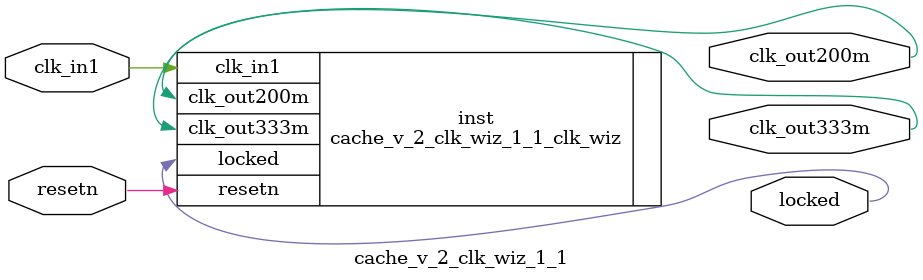
<source format=v>


`timescale 1ps/1ps

(* CORE_GENERATION_INFO = "cache_v_2_clk_wiz_1_1,clk_wiz_v6_0_6_0_0,{component_name=cache_v_2_clk_wiz_1_1,use_phase_alignment=true,use_min_o_jitter=false,use_max_i_jitter=false,use_dyn_phase_shift=false,use_inclk_switchover=false,use_dyn_reconfig=false,enable_axi=0,feedback_source=FDBK_AUTO,PRIMITIVE=MMCM,num_out_clk=2,clkin1_period=10.000,clkin2_period=10.000,use_power_down=false,use_reset=true,use_locked=true,use_inclk_stopped=false,feedback_type=SINGLE,CLOCK_MGR_TYPE=NA,manual_override=false}" *)

module cache_v_2_clk_wiz_1_1 
 (
  // Clock out ports
  output        clk_out200m,
  output        clk_out333m,
  // Status and control signals
  input         resetn,
  output        locked,
 // Clock in ports
  input         clk_in1
 );

  cache_v_2_clk_wiz_1_1_clk_wiz inst
  (
  // Clock out ports  
  .clk_out200m(clk_out200m),
  .clk_out333m(clk_out333m),
  // Status and control signals               
  .resetn(resetn), 
  .locked(locked),
 // Clock in ports
  .clk_in1(clk_in1)
  );

endmodule

</source>
